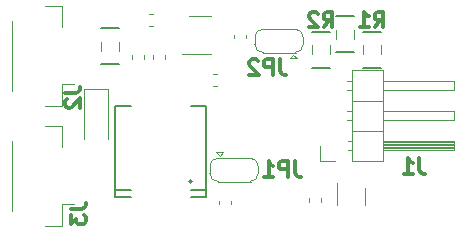
<source format=gbr>
G04 #@! TF.GenerationSoftware,KiCad,Pcbnew,(5.99.0-9154-g0d2ee266a1)*
G04 #@! TF.CreationDate,2021-02-19T12:57:40+01:00*
G04 #@! TF.ProjectId,TFRPM01C,54465250-4d30-4314-932e-6b696361645f,REV*
G04 #@! TF.SameCoordinates,PX78dfd90PY8290510*
G04 #@! TF.FileFunction,Legend,Bot*
G04 #@! TF.FilePolarity,Positive*
%FSLAX46Y46*%
G04 Gerber Fmt 4.6, Leading zero omitted, Abs format (unit mm)*
G04 Created by KiCad (PCBNEW (5.99.0-9154-g0d2ee266a1)) date 2021-02-19 12:57:40*
%MOMM*%
%LPD*%
G01*
G04 APERTURE LIST*
%ADD10C,0.300000*%
%ADD11C,0.120000*%
%ADD12C,0.150000*%
G04 APERTURE END LIST*
D10*
G04 #@! TO.C,J1*
X18721333Y965905D02*
X18721333Y37334D01*
X18783238Y-148380D01*
X18907047Y-272190D01*
X19092761Y-334095D01*
X19216571Y-334095D01*
X17421333Y-334095D02*
X18164190Y-334095D01*
X17792761Y-334095D02*
X17792761Y965905D01*
X17916571Y780191D01*
X18040380Y656381D01*
X18164190Y594477D01*
G04 #@! TO.C,J2*
X-11252905Y6529334D02*
X-10324334Y6529334D01*
X-10138620Y6591239D01*
X-10014810Y6715048D01*
X-9952905Y6900762D01*
X-9952905Y7024572D01*
X-11129096Y5972191D02*
X-11191000Y5910286D01*
X-11252905Y5786477D01*
X-11252905Y5476953D01*
X-11191000Y5353143D01*
X-11129096Y5291239D01*
X-11005286Y5229334D01*
X-10881477Y5229334D01*
X-10695762Y5291239D01*
X-9952905Y6034096D01*
X-9952905Y5229334D01*
G04 #@! TO.C,R1*
X14948666Y12048405D02*
X15382000Y12667453D01*
X15691523Y12048405D02*
X15691523Y13348405D01*
X15196285Y13348405D01*
X15072476Y13286500D01*
X15010571Y13224596D01*
X14948666Y13100786D01*
X14948666Y12915072D01*
X15010571Y12791262D01*
X15072476Y12729358D01*
X15196285Y12667453D01*
X15691523Y12667453D01*
X13710571Y12048405D02*
X14453428Y12048405D01*
X14082000Y12048405D02*
X14082000Y13348405D01*
X14205809Y13162691D01*
X14329619Y13038881D01*
X14453428Y12976977D01*
G04 #@! TO.C,R2*
X10630666Y12048405D02*
X11064000Y12667453D01*
X11373523Y12048405D02*
X11373523Y13348405D01*
X10878285Y13348405D01*
X10754476Y13286500D01*
X10692571Y13224596D01*
X10630666Y13100786D01*
X10630666Y12915072D01*
X10692571Y12791262D01*
X10754476Y12729358D01*
X10878285Y12667453D01*
X11373523Y12667453D01*
X10135428Y13224596D02*
X10073523Y13286500D01*
X9949714Y13348405D01*
X9640190Y13348405D01*
X9516380Y13286500D01*
X9454476Y13224596D01*
X9392571Y13100786D01*
X9392571Y12976977D01*
X9454476Y12791262D01*
X10197333Y12048405D01*
X9392571Y12048405D01*
G04 #@! TO.C,J3*
X-10795705Y-3325866D02*
X-9867134Y-3325866D01*
X-9681420Y-3263961D01*
X-9557610Y-3140152D01*
X-9495705Y-2954438D01*
X-9495705Y-2830628D01*
X-10795705Y-3821104D02*
X-10795705Y-4625866D01*
X-10300467Y-4192533D01*
X-10300467Y-4378247D01*
X-10238562Y-4502057D01*
X-10176658Y-4563961D01*
X-10052848Y-4625866D01*
X-9743324Y-4625866D01*
X-9619515Y-4563961D01*
X-9557610Y-4502057D01*
X-9495705Y-4378247D01*
X-9495705Y-4006819D01*
X-9557610Y-3883009D01*
X-9619515Y-3821104D01*
G04 #@! TO.C,JP1*
X8195333Y711905D02*
X8195333Y-216666D01*
X8257238Y-402380D01*
X8381047Y-526190D01*
X8566761Y-588095D01*
X8690571Y-588095D01*
X7576285Y-588095D02*
X7576285Y711905D01*
X7081047Y711905D01*
X6957238Y650000D01*
X6895333Y588096D01*
X6833428Y464286D01*
X6833428Y278572D01*
X6895333Y154762D01*
X6957238Y92858D01*
X7081047Y30953D01*
X7576285Y30953D01*
X5595333Y-588095D02*
X6338190Y-588095D01*
X5966761Y-588095D02*
X5966761Y711905D01*
X6090571Y526191D01*
X6214380Y402381D01*
X6338190Y340477D01*
G04 #@! TO.C,JP2*
X6925333Y9347905D02*
X6925333Y8419334D01*
X6987238Y8233620D01*
X7111047Y8109810D01*
X7296761Y8047905D01*
X7420571Y8047905D01*
X6306285Y8047905D02*
X6306285Y9347905D01*
X5811047Y9347905D01*
X5687238Y9286000D01*
X5625333Y9224096D01*
X5563428Y9100286D01*
X5563428Y8914572D01*
X5625333Y8790762D01*
X5687238Y8728858D01*
X5811047Y8666953D01*
X6306285Y8666953D01*
X5068190Y9224096D02*
X5006285Y9286000D01*
X4882476Y9347905D01*
X4572952Y9347905D01*
X4449142Y9286000D01*
X4387238Y9224096D01*
X4325333Y9100286D01*
X4325333Y8976477D01*
X4387238Y8790762D01*
X5130095Y8047905D01*
X4325333Y8047905D01*
D11*
G04 #@! TO.C,D1*
X-9636000Y6868000D02*
X-7636000Y6868000D01*
X-7636000Y6868000D02*
X-7636000Y2568000D01*
X-9636000Y2568000D02*
X-9636000Y6868000D01*
G04 #@! TO.C,R10*
X-2792000Y9687779D02*
X-2792000Y9362221D01*
X-3812000Y9687779D02*
X-3812000Y9362221D01*
G04 #@! TO.C,J1*
X12599929Y4194904D02*
X12997000Y4194904D01*
X15657000Y2074904D02*
X21657000Y2074904D01*
X21657000Y7494904D02*
X15657000Y7494904D01*
X15657000Y6734904D02*
X21657000Y6734904D01*
X12599929Y6734904D02*
X12997000Y6734904D01*
X12997000Y704904D02*
X12997000Y8444904D01*
X12997000Y3304904D02*
X15657000Y3304904D01*
X12667000Y1654904D02*
X12997000Y1654904D01*
X10287000Y2034904D02*
X10287000Y764904D01*
X12997000Y8444904D02*
X15657000Y8444904D01*
X10287000Y764904D02*
X11557000Y764904D01*
X15657000Y2314904D02*
X21657000Y2314904D01*
X12667000Y2414904D02*
X12997000Y2414904D01*
X21657000Y6734904D02*
X21657000Y7494904D01*
X12599929Y4954904D02*
X12997000Y4954904D01*
X12997000Y5844904D02*
X15657000Y5844904D01*
X15657000Y4194904D02*
X21657000Y4194904D01*
X21657000Y1654904D02*
X21657000Y2414904D01*
X15657000Y1834904D02*
X21657000Y1834904D01*
X15657000Y1954904D02*
X21657000Y1954904D01*
X21657000Y4954904D02*
X15657000Y4954904D01*
X21657000Y4194904D02*
X21657000Y4954904D01*
X12599929Y7494904D02*
X12997000Y7494904D01*
X15657000Y1714904D02*
X21657000Y1714904D01*
X15657000Y2194904D02*
X21657000Y2194904D01*
X15657000Y8444904D02*
X15657000Y704904D01*
X21657000Y2414904D02*
X15657000Y2414904D01*
X15657000Y1654904D02*
X21657000Y1654904D01*
X15657000Y704904D02*
X12997000Y704904D01*
G04 #@! TO.C,U3*
X-730000Y13040000D02*
X1070000Y13040000D01*
X1070000Y9820000D02*
X-1380000Y9820000D01*
D12*
G04 #@! TO.C,C3*
X-6731000Y12001500D02*
X-8255000Y12001500D01*
X-8255000Y8953500D02*
X-6731000Y8953500D01*
D11*
X-8255000Y10096500D02*
X-8255000Y10858500D01*
X-6731000Y10096500D02*
X-6731000Y10858500D01*
G04 #@! TO.C,C4*
X-3799721Y12190000D02*
X-4125279Y12190000D01*
X-3799721Y13210000D02*
X-4125279Y13210000D01*
G04 #@! TO.C,J2*
X-12948000Y13889904D02*
X-11498000Y13889904D01*
X-11498000Y13889904D02*
X-11498000Y12089904D01*
X-12948000Y5419904D02*
X-11498000Y5419904D01*
X-11498000Y7219904D02*
X-10508000Y7219904D01*
X-15768000Y6689904D02*
X-15768000Y12619904D01*
X-11498000Y5419904D02*
X-11498000Y7219904D01*
G04 #@! TO.C,R4*
X2796000Y-2605721D02*
X2796000Y-2931279D01*
X1776000Y-2605721D02*
X1776000Y-2931279D01*
G04 #@! TO.C,R1*
X15494000Y10541000D02*
X15494000Y9779000D01*
D12*
X15494000Y11684000D02*
X13970000Y11684000D01*
D11*
X13970000Y10541000D02*
X13970000Y9779000D01*
D12*
X13970000Y8636000D02*
X15494000Y8636000D01*
D11*
G04 #@! TO.C,R2*
X9652000Y9779000D02*
X9652000Y10541000D01*
D12*
X9652000Y8636000D02*
X11176000Y8636000D01*
D11*
X11176000Y9779000D02*
X11176000Y10541000D01*
D12*
X11176000Y11684000D02*
X9652000Y11684000D01*
D11*
G04 #@! TO.C,R3*
X-5590000Y9687779D02*
X-5590000Y9362221D01*
X-4570000Y9687779D02*
X-4570000Y9362221D01*
G04 #@! TO.C,C6*
X10416000Y-2377221D02*
X10416000Y-2702779D01*
X9396000Y-2377221D02*
X9396000Y-2702779D01*
G04 #@! TO.C,J3*
X-11498000Y3729904D02*
X-11498000Y1929904D01*
X-11498000Y-4740096D02*
X-11498000Y-2940096D01*
X-12948000Y-4740096D02*
X-11498000Y-4740096D01*
X-15768000Y-3470096D02*
X-15768000Y2459904D01*
X-11498000Y-2940096D02*
X-10508000Y-2940096D01*
X-12948000Y3729904D02*
X-11498000Y3729904D01*
G04 #@! TO.C,C5*
X1259721Y7110000D02*
X1585279Y7110000D01*
X1259721Y8130000D02*
X1585279Y8130000D01*
D12*
G04 #@! TO.C,U1*
X675000Y-2326000D02*
X675000Y5374000D01*
X-7025000Y-2326000D02*
X-7025000Y5374000D01*
X675000Y-1676000D02*
X-635000Y-1676000D01*
X675000Y5374000D02*
X-635000Y5374000D01*
X-5715000Y-1676000D02*
X-7025000Y-1676000D01*
X-5715000Y-2326000D02*
X-7025000Y-2326000D01*
X-5715000Y5374000D02*
X-7025000Y5374000D01*
X675000Y-2326000D02*
X-635000Y-2326000D01*
X-508000Y-1016000D02*
G75*
G03*
X-508000Y-1016000I-127000J0D01*
G01*
D11*
G04 #@! TO.C,C1*
X3046000Y11114721D02*
X3046000Y11440279D01*
X4066000Y11114721D02*
X4066000Y11440279D01*
G04 #@! TO.C,C2*
X11684000Y11112500D02*
X11684000Y11874500D01*
D12*
X11684000Y9969500D02*
X13208000Y9969500D01*
X13208000Y13017500D02*
X11684000Y13017500D01*
D11*
X13208000Y11112500D02*
X13208000Y11874500D01*
G04 #@! TO.C,U2*
X11794000Y-2986000D02*
X11794000Y-1086000D01*
X14114000Y-1586000D02*
X14114000Y-2986000D01*
G04 #@! TO.C,JP1*
X1548000Y1500000D02*
X2148000Y1500000D01*
X1848000Y1200000D02*
X1548000Y1500000D01*
X4448000Y1000000D02*
X1648000Y1000000D01*
X1648000Y-1000000D02*
X4448000Y-1000000D01*
X5098000Y-300000D02*
X5098000Y300000D01*
X998000Y300000D02*
X998000Y-300000D01*
X1848000Y1200000D02*
X2148000Y1500000D01*
X5098000Y300000D02*
G75*
G03*
X4398000Y1000000I-700000J0D01*
G01*
X4398000Y-1000000D02*
G75*
G03*
X5098000Y-300000I0J700000D01*
G01*
X998000Y-300000D02*
G75*
G03*
X1698000Y-1000000I700000J0D01*
G01*
X1698000Y1000000D02*
G75*
G03*
X998000Y300000I0J-700000D01*
G01*
G04 #@! TO.C,JP2*
X8258000Y11922000D02*
X5458000Y11922000D01*
X4808000Y11222000D02*
X4808000Y10622000D01*
X8058000Y9722000D02*
X8358000Y9422000D01*
X5458000Y9922000D02*
X8258000Y9922000D01*
X8908000Y10622000D02*
X8908000Y11222000D01*
X8058000Y9722000D02*
X7758000Y9422000D01*
X8358000Y9422000D02*
X7758000Y9422000D01*
X5508000Y11922000D02*
G75*
G03*
X4808000Y11222000I0J-700000D01*
G01*
X8908000Y11222000D02*
G75*
G03*
X8208000Y11922000I-700000J0D01*
G01*
X4808000Y10622000D02*
G75*
G03*
X5508000Y9922000I700000J0D01*
G01*
X8208000Y9922000D02*
G75*
G03*
X8908000Y10622000I0J700000D01*
G01*
G04 #@! TD*
M02*

</source>
